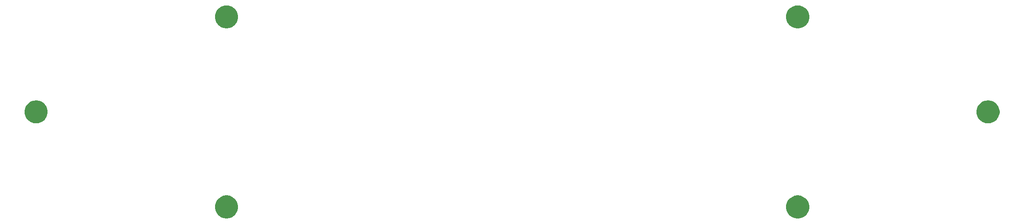
<source format=gbr>
G04 #@! TF.GenerationSoftware,KiCad,Pcbnew,(5.1.2-1)-1*
G04 #@! TF.CreationDate,2020-02-21T07:14:38-06:00*
G04 #@! TF.ProjectId,therick48_top_plate,74686572-6963-46b3-9438-5f746f705f70,rev?*
G04 #@! TF.SameCoordinates,Original*
G04 #@! TF.FileFunction,Soldermask,Bot*
G04 #@! TF.FilePolarity,Negative*
%FSLAX46Y46*%
G04 Gerber Fmt 4.6, Leading zero omitted, Abs format (unit mm)*
G04 Created by KiCad (PCBNEW (5.1.2-1)-1) date 2020-02-21 07:14:38*
%MOMM*%
%LPD*%
G04 APERTURE LIST*
%ADD10C,0.100000*%
G04 APERTURE END LIST*
D10*
G36*
X217428903Y-89323213D02*
G01*
X217651177Y-89367426D01*
X218069932Y-89540880D01*
X218446802Y-89792696D01*
X218767304Y-90113198D01*
X219019120Y-90490068D01*
X219192574Y-90908823D01*
X219281000Y-91353371D01*
X219281000Y-91806629D01*
X219192574Y-92251177D01*
X219019120Y-92669932D01*
X218767304Y-93046802D01*
X218446802Y-93367304D01*
X218069932Y-93619120D01*
X217651177Y-93792574D01*
X217428903Y-93836787D01*
X217206630Y-93881000D01*
X216753370Y-93881000D01*
X216531097Y-93836787D01*
X216308823Y-93792574D01*
X215890068Y-93619120D01*
X215513198Y-93367304D01*
X215192696Y-93046802D01*
X214940880Y-92669932D01*
X214767426Y-92251177D01*
X214679000Y-91806629D01*
X214679000Y-91353371D01*
X214767426Y-90908823D01*
X214940880Y-90490068D01*
X215192696Y-90113198D01*
X215513198Y-89792696D01*
X215890068Y-89540880D01*
X216308823Y-89367426D01*
X216531097Y-89323213D01*
X216753370Y-89279000D01*
X217206630Y-89279000D01*
X217428903Y-89323213D01*
X217428903Y-89323213D01*
G37*
G36*
X103428903Y-89323213D02*
G01*
X103651177Y-89367426D01*
X104069932Y-89540880D01*
X104446802Y-89792696D01*
X104767304Y-90113198D01*
X105019120Y-90490068D01*
X105192574Y-90908823D01*
X105281000Y-91353371D01*
X105281000Y-91806629D01*
X105192574Y-92251177D01*
X105019120Y-92669932D01*
X104767304Y-93046802D01*
X104446802Y-93367304D01*
X104069932Y-93619120D01*
X103651177Y-93792574D01*
X103428903Y-93836787D01*
X103206630Y-93881000D01*
X102753370Y-93881000D01*
X102531097Y-93836787D01*
X102308823Y-93792574D01*
X101890068Y-93619120D01*
X101513198Y-93367304D01*
X101192696Y-93046802D01*
X100940880Y-92669932D01*
X100767426Y-92251177D01*
X100679000Y-91806629D01*
X100679000Y-91353371D01*
X100767426Y-90908823D01*
X100940880Y-90490068D01*
X101192696Y-90113198D01*
X101513198Y-89792696D01*
X101890068Y-89540880D01*
X102308823Y-89367426D01*
X102531097Y-89323213D01*
X102753370Y-89279000D01*
X103206630Y-89279000D01*
X103428903Y-89323213D01*
X103428903Y-89323213D01*
G37*
G36*
X255428903Y-70323213D02*
G01*
X255651177Y-70367426D01*
X256069932Y-70540880D01*
X256446802Y-70792696D01*
X256767304Y-71113198D01*
X257019120Y-71490068D01*
X257192574Y-71908823D01*
X257281000Y-72353371D01*
X257281000Y-72806629D01*
X257192574Y-73251177D01*
X257019120Y-73669932D01*
X256767304Y-74046802D01*
X256446802Y-74367304D01*
X256069932Y-74619120D01*
X255651177Y-74792574D01*
X255428903Y-74836787D01*
X255206630Y-74881000D01*
X254753370Y-74881000D01*
X254531097Y-74836787D01*
X254308823Y-74792574D01*
X253890068Y-74619120D01*
X253513198Y-74367304D01*
X253192696Y-74046802D01*
X252940880Y-73669932D01*
X252767426Y-73251177D01*
X252679000Y-72806629D01*
X252679000Y-72353371D01*
X252767426Y-71908823D01*
X252940880Y-71490068D01*
X253192696Y-71113198D01*
X253513198Y-70792696D01*
X253890068Y-70540880D01*
X254308823Y-70367426D01*
X254531097Y-70323213D01*
X254753370Y-70279000D01*
X255206630Y-70279000D01*
X255428903Y-70323213D01*
X255428903Y-70323213D01*
G37*
G36*
X65428903Y-70323213D02*
G01*
X65651177Y-70367426D01*
X66069932Y-70540880D01*
X66446802Y-70792696D01*
X66767304Y-71113198D01*
X67019120Y-71490068D01*
X67192574Y-71908823D01*
X67281000Y-72353371D01*
X67281000Y-72806629D01*
X67192574Y-73251177D01*
X67019120Y-73669932D01*
X66767304Y-74046802D01*
X66446802Y-74367304D01*
X66069932Y-74619120D01*
X65651177Y-74792574D01*
X65428903Y-74836787D01*
X65206630Y-74881000D01*
X64753370Y-74881000D01*
X64531097Y-74836787D01*
X64308823Y-74792574D01*
X63890068Y-74619120D01*
X63513198Y-74367304D01*
X63192696Y-74046802D01*
X62940880Y-73669932D01*
X62767426Y-73251177D01*
X62679000Y-72806629D01*
X62679000Y-72353371D01*
X62767426Y-71908823D01*
X62940880Y-71490068D01*
X63192696Y-71113198D01*
X63513198Y-70792696D01*
X63890068Y-70540880D01*
X64308823Y-70367426D01*
X64531097Y-70323213D01*
X64753370Y-70279000D01*
X65206630Y-70279000D01*
X65428903Y-70323213D01*
X65428903Y-70323213D01*
G37*
G36*
X217428903Y-51323213D02*
G01*
X217651177Y-51367426D01*
X218069932Y-51540880D01*
X218446802Y-51792696D01*
X218767304Y-52113198D01*
X219019120Y-52490068D01*
X219192574Y-52908823D01*
X219281000Y-53353371D01*
X219281000Y-53806629D01*
X219192574Y-54251177D01*
X219019120Y-54669932D01*
X218767304Y-55046802D01*
X218446802Y-55367304D01*
X218069932Y-55619120D01*
X217651177Y-55792574D01*
X217428903Y-55836787D01*
X217206630Y-55881000D01*
X216753370Y-55881000D01*
X216531097Y-55836787D01*
X216308823Y-55792574D01*
X215890068Y-55619120D01*
X215513198Y-55367304D01*
X215192696Y-55046802D01*
X214940880Y-54669932D01*
X214767426Y-54251177D01*
X214679000Y-53806629D01*
X214679000Y-53353371D01*
X214767426Y-52908823D01*
X214940880Y-52490068D01*
X215192696Y-52113198D01*
X215513198Y-51792696D01*
X215890068Y-51540880D01*
X216308823Y-51367426D01*
X216531097Y-51323213D01*
X216753370Y-51279000D01*
X217206630Y-51279000D01*
X217428903Y-51323213D01*
X217428903Y-51323213D01*
G37*
G36*
X103428903Y-51323213D02*
G01*
X103651177Y-51367426D01*
X104069932Y-51540880D01*
X104446802Y-51792696D01*
X104767304Y-52113198D01*
X105019120Y-52490068D01*
X105192574Y-52908823D01*
X105281000Y-53353371D01*
X105281000Y-53806629D01*
X105192574Y-54251177D01*
X105019120Y-54669932D01*
X104767304Y-55046802D01*
X104446802Y-55367304D01*
X104069932Y-55619120D01*
X103651177Y-55792574D01*
X103428903Y-55836787D01*
X103206630Y-55881000D01*
X102753370Y-55881000D01*
X102531097Y-55836787D01*
X102308823Y-55792574D01*
X101890068Y-55619120D01*
X101513198Y-55367304D01*
X101192696Y-55046802D01*
X100940880Y-54669932D01*
X100767426Y-54251177D01*
X100679000Y-53806629D01*
X100679000Y-53353371D01*
X100767426Y-52908823D01*
X100940880Y-52490068D01*
X101192696Y-52113198D01*
X101513198Y-51792696D01*
X101890068Y-51540880D01*
X102308823Y-51367426D01*
X102531097Y-51323213D01*
X102753370Y-51279000D01*
X103206630Y-51279000D01*
X103428903Y-51323213D01*
X103428903Y-51323213D01*
G37*
M02*

</source>
